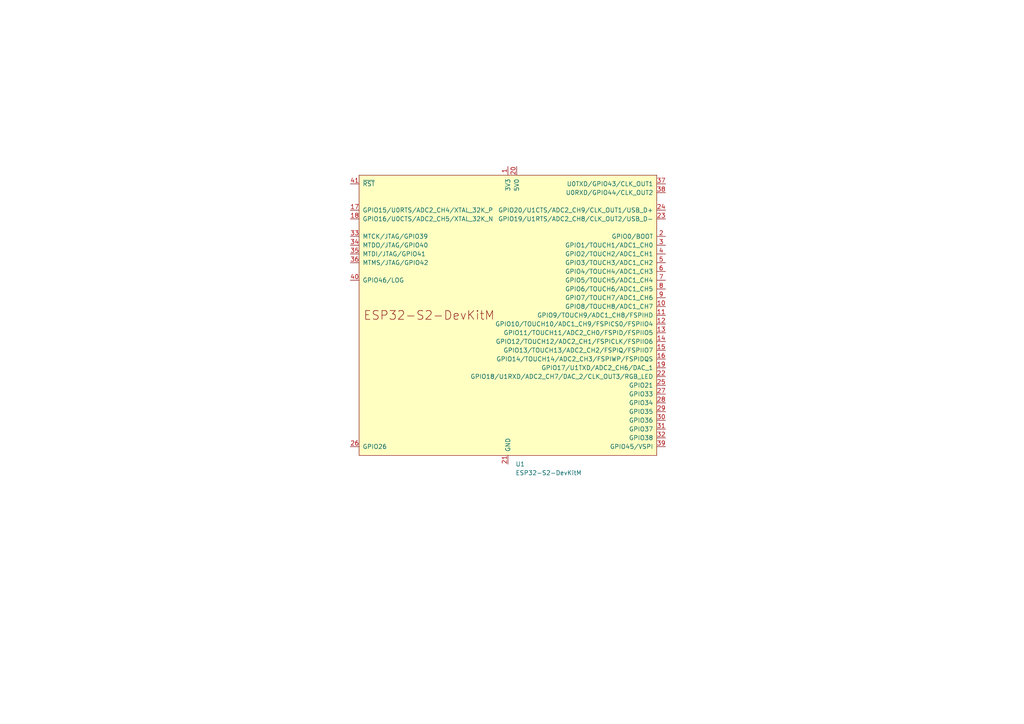
<source format=kicad_sch>
(kicad_sch (version 20231120) (generator "eeschema") (generator_version "8.0")
  (paper "A4")
  (lib_symbols
    (symbol "PCM_Espressif:ESP32-S2-DevKitM" (pin_names (offset 1.016))
      (property "Reference" "U" (at -43.18 45.72 0))
      (property "Value" "ESP32-S2-DevKitM" (at -43.18 43.18 0))
      (symbol "ESP32-S2-DevKitM_0_1"
        (rectangle (start -43.18 40.64) (end 43.18 -40.64) (fill (type background)))
      )
      (symbol "ESP32-S2-DevKitM_1_1"
        (text "ESP32-S2-DevKitM" (at -22.86 0 0) (effects (font (size 2.54 2.54))))
        (pin power_out line (at 0 43.18 270) (length 2.54) (name "3V3") (number "1"))
        (pin bidirectional line (at 45.72 2.54 180) (length 2.54) (name "GPIO8/TOUCH8/ADC1_CH7") (number "10"))
        (pin bidirectional line (at 45.72 0 180) (length 2.54) (name "GPIO9/TOUCH9/ADC1_CH8/FSPIHD") (number "11"))
        (pin bidirectional line (at 45.72 -2.54 180) (length 2.54) (name "GPIO10/TOUCH10/ADC1_CH9/FSPICS0/FSPIIO4") (number "12"))
        (pin bidirectional line (at 45.72 -5.08 180) (length 2.54) (name "GPIO11/TOUCH11/ADC2_CH0/FSPID/FSPIIO5") (number "13"))
        (pin bidirectional line (at 45.72 -7.62 180) (length 2.54) (name "GPIO12/TOUCH12/ADC2_CH1/FSPICLK/FSPIIO6") (number "14"))
        (pin bidirectional line (at 45.72 -10.16 180) (length 2.54) (name "GPIO13/TOUCH13/ADC2_CH2/FSPIQ/FSPIIO7") (number "15"))
        (pin bidirectional line (at 45.72 -12.7 180) (length 2.54) (name "GPIO14/TOUCH14/ADC2_CH3/FSPIWP/FSPIDQS") (number "16"))
        (pin bidirectional line (at -45.72 30.48 0) (length 2.54) (name "GPIO15/U0RTS/ADC2_CH4/XTAL_32K_P") (number "17"))
        (pin bidirectional line (at -45.72 27.94 0) (length 2.54) (name "GPIO16/U0CTS/ADC2_CH5/XTAL_32K_N") (number "18"))
        (pin bidirectional line (at 45.72 -15.24 180) (length 2.54) (name "GPIO17/U1TXD/ADC2_CH6/DAC_1") (number "19"))
        (pin bidirectional line (at 45.72 22.86 180) (length 2.54) (name "GPIO0/BOOT") (number "2"))
        (pin power_in line (at 2.54 43.18 270) (length 2.54) (name "5V0") (number "20"))
        (pin power_in line (at 0 -43.18 90) (length 2.54) (name "GND") (number "21"))
        (pin bidirectional line (at 45.72 -17.78 180) (length 2.54) (name "GPIO18/U1RXD/ADC2_CH7/DAC_2/CLK_OUT3/RGB_LED") (number "22"))
        (pin bidirectional line (at 45.72 27.94 180) (length 2.54) (name "GPIO19/U1RTS/ADC2_CH8/CLK_OUT2/USB_D-") (number "23"))
        (pin bidirectional line (at 45.72 30.48 180) (length 2.54) (name "GPIO20/U1CTS/ADC2_CH9/CLK_OUT1/USB_D+") (number "24"))
        (pin bidirectional line (at 45.72 -20.32 180) (length 2.54) (name "GPIO21") (number "25"))
        (pin bidirectional line (at -45.72 -38.1 0) (length 2.54) (name "GPIO26") (number "26"))
        (pin bidirectional line (at 45.72 -22.86 180) (length 2.54) (name "GPIO33") (number "27"))
        (pin bidirectional line (at 45.72 -25.4 180) (length 2.54) (name "GPIO34") (number "28"))
        (pin bidirectional line (at 45.72 -27.94 180) (length 2.54) (name "GPIO35") (number "29"))
        (pin bidirectional line (at 45.72 20.32 180) (length 2.54) (name "GPIO1/TOUCH1/ADC1_CH0") (number "3"))
        (pin bidirectional line (at 45.72 -30.48 180) (length 2.54) (name "GPIO36") (number "30"))
        (pin bidirectional line (at 45.72 -33.02 180) (length 2.54) (name "GPIO37") (number "31"))
        (pin bidirectional line (at 45.72 -35.56 180) (length 2.54) (name "GPIO38") (number "32"))
        (pin bidirectional line (at -45.72 22.86 0) (length 2.54) (name "MTCK/JTAG/GPIO39") (number "33"))
        (pin bidirectional line (at -45.72 20.32 0) (length 2.54) (name "MTDO/JTAG/GPIO40") (number "34"))
        (pin bidirectional line (at -45.72 17.78 0) (length 2.54) (name "MTDI/JTAG/GPIO41") (number "35"))
        (pin bidirectional line (at -45.72 15.24 0) (length 2.54) (name "MTMS/JTAG/GPIO42") (number "36"))
        (pin bidirectional line (at 45.72 38.1 180) (length 2.54) (name "U0TXD/GPIO43/CLK_OUT1") (number "37"))
        (pin bidirectional line (at 45.72 35.56 180) (length 2.54) (name "U0RXD/GPIO44/CLK_OUT2") (number "38"))
        (pin bidirectional line (at 45.72 -38.1 180) (length 2.54) (name "GPIO45/VSPI") (number "39"))
        (pin bidirectional line (at 45.72 17.78 180) (length 2.54) (name "GPIO2/TOUCH2/ADC1_CH1") (number "4"))
        (pin input line (at -45.72 10.16 0) (length 2.54) (name "GPIO46/LOG") (number "40"))
        (pin input line (at -45.72 38.1 0) (length 2.54) (name "~{RST}") (number "41"))
        (pin passive line (at 0 -43.18 90) (length 2.54) hide (name "GND") (number "42"))
        (pin bidirectional line (at 45.72 15.24 180) (length 2.54) (name "GPIO3/TOUCH3/ADC1_CH2") (number "5"))
        (pin bidirectional line (at 45.72 12.7 180) (length 2.54) (name "GPIO4/TOUCH4/ADC1_CH3") (number "6"))
        (pin bidirectional line (at 45.72 10.16 180) (length 2.54) (name "GPIO5/TOUCH5/ADC1_CH4") (number "7"))
        (pin bidirectional line (at 45.72 7.62 180) (length 2.54) (name "GPIO6/TOUCH6/ADC1_CH5") (number "8"))
        (pin bidirectional line (at 45.72 5.08 180) (length 2.54) (name "GPIO7/TOUCH7/ADC1_CH6") (number "9"))
      )
    )
  )
  (symbol (lib_id "PCM_Espressif:ESP32-S2-DevKitM") (at 147.32 91.44 0) (unit 1)
    (property "Reference" "U1" (at 149.5141 134.62 0) (effects (justify left)))
    (property "Value" "ESP32-S2-DevKitM" (at 149.5141 137.16 0) (effects (justify left)))
    (property "Footprint" "PCM_Espressif:ESP32-S2-DevKitM" (effects (hide yes)))
    (property "Datasheet" "https://dl.espressif.com/dl/schematics/ESP32-S2-DevKitM-1_V1_Schematics.pdf" (effects (hide yes)))
    (property "Description" "Devboard based on ESP32-S2-MINI" (effects (hide yes)))
  )
)
</source>
